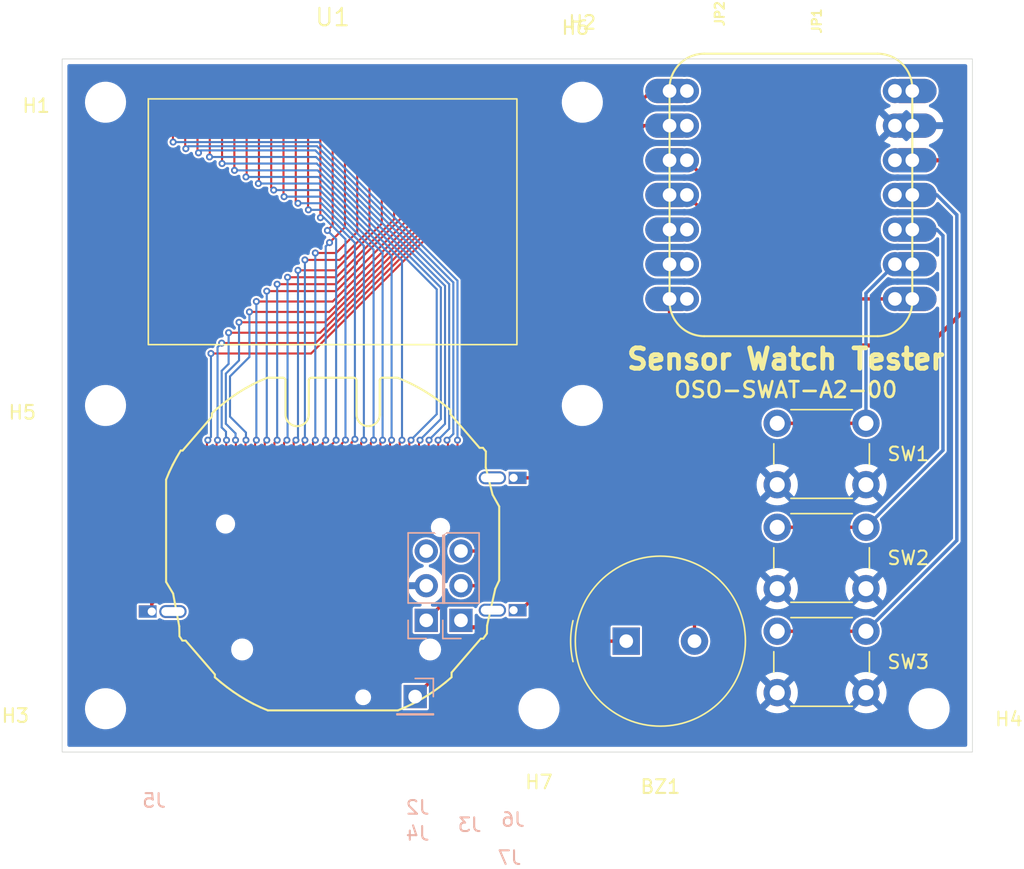
<source format=kicad_pcb>
(kicad_pcb (version 20211014) (generator pcbnew)
  (layers (0 "F.Cu" signal) (31 "B.Cu" signal) (34 "B.Paste" user) (35 "F.Paste" user) (36 "B.SilkS" user "B.Silkscreen") (37 "F.SilkS" user "F.Silkscreen") (38 "B.Mask" user) (39 "F.Mask" user) (44 "Edge.Cuts" user))
  (net 0 "")
  (net 1 "GND")
  (net 2 "/~{RESET}")
  (net 3 "/SWCLK")
  (net 4 "/SWDIO")
  (net 5 "/SEG23")
  (net 6 "/SEG22")
  (net 7 "/SEG21")
  (net 8 "/SEG20")
  (net 9 "/SEG19")
  (net 10 "/SEG18")
  (net 11 "/COM0")
  (net 12 "/COM1")
  (net 13 "/COM2")
  (net 14 "/SEG17")
  (net 15 "/SEG16")
  (net 16 "/SEG15")
  (net 17 "/SEG14")
  (net 18 "/SEG13")
  (net 19 "/SEG12")
  (net 20 "/SEG11")
  (net 21 "/SEG10")
  (net 22 "/SEG9")
  (net 23 "/SEG8")
  (net 24 "/SEG7")
  (net 25 "/SEG6")
  (net 26 "/SEG5")
  (net 27 "/SEG4")
  (net 28 "/SEG3")
  (net 29 "/SEG2")
  (net 30 "/SEG1")
  (net 31 "/SEG0")
  (net 32 "/ALARM")
  (net 33 "/BUZZER")
  (net 34 "/LIGHT")
  (net 35 "/MODE")
  (net 37 "3.3V")
  (net 38 "+5V")
  (net 39 "/SDA")
  (net 40 "/SCL")
  (net 41 "/B3")
  (net 42 "/B2")
  (net 43 "/B1")
  (footprint "Button_Switch_THT:SW_PUSH_6mm" (layer "F.Cu") (at 58.876 38.826 180)
    (fp_text reference "SW2" (at -3.1 2.25) (layer "F.SilkS"))
    (fp_text value "SW_Push")
    (pad "1" thru_hole circle (at 6.5 0 270) (size 2 2) (drill 1.1) (layers *.Cu *.Mask) (net 1 "GND"))
    (pad "1" thru_hole circle (at 0 0 270) (size 2 2) (drill 1.1) (layers *.Cu *.Mask) (net 1 "GND"))
    (pad "2" thru_hole circle (at 0 4.5 270) (size 2 2) (drill 1.1) (layers *.Cu *.Mask) (net 42 "/B2"))
    (pad "2" thru_hole circle (at 6.5 4.5 270) (size 2 2) (drill 1.1) (layers *.Cu *.Mask) (net 42 "/B2"))
  )
  (footprint "MountingHole:MountingHole_2.7mm_M2.5" (layer "F.Cu") (at 38.1 25.4)
    (fp_text reference "H6" (at -0.508 -27.686) (layer "F.SilkS"))
    (fp_text value "MountingHole")
    (pad "" np_thru_hole circle (at 0 0) (size 2.7 2.7) (drill 2.7) (layers *.Cu *.Mask))
  )
  (footprint "Adafruit QT Py:1X07_CASTEL" (layer "F.Cu") (at 45.76 9.9695 -90)
    (fp_text reference "JP2" (at -14.2875 -2.793994 90) (layer "F.SilkS") (effects (font (size 0.666496 0.666496) (thickness 0.146304)) (justify right bottom)))
    (fp_text value "HEADER-1X7_CASTEL")
    (pad "1" thru_hole circle (at -7.62 0) (size 1.778 1.778) (drill 1) (layers *.Cu *.Mask) (net 32 "/ALARM"))
    (pad "1C" thru_hole oval (at -7.62 1.27) (size 3.556 1.778) (drill 1) (layers *.Cu *.Mask) (net 32 "/ALARM"))
    (pad "2" thru_hole circle (at -5.08 0) (size 1.778 1.778) (drill 1) (layers *.Cu *.Mask) (net 34 "/LIGHT"))
    (pad "2C" thru_hole oval (at -5.08 1.27) (size 3.556 1.778) (drill 1) (layers *.Cu *.Mask) (net 34 "/LIGHT"))
    (pad "3" thru_hole circle (at -2.54 0) (size 1.778 1.778) (drill 1) (layers *.Cu *.Mask) (net 4 "/SWDIO"))
    (pad "3C" thru_hole oval (at -2.54 1.27) (size 3.556 1.778) (drill 1) (layers *.Cu *.Mask) (net 4 "/SWDIO"))
    (pad "4" thru_hole circle (at 0 0) (size 1.778 1.778) (drill 1) (layers *.Cu *.Mask) (net 3 "/SWCLK"))
    (pad "4C" thru_hole oval (at 0 1.27) (size 3.556 1.778) (drill 1) (layers *.Cu *.Mask) (net 3 "/SWCLK"))
    (pad "5" thru_hole circle (at 2.54 0) (size 1.778 1.778) (drill 1) (layers *.Cu *.Mask) (net 39 "/SDA"))
    (pad "5C" thru_hole oval (at 2.54 1.27) (size 3.556 1.778) (drill 1) (layers *.Cu *.Mask) (net 39 "/SDA"))
    (pad "6" thru_hole circle (at 5.08 0) (size 1.778 1.778) (drill 1) (layers *.Cu *.Mask) (net 40 "/SCL"))
    (pad "6C" thru_hole oval (at 5.08 1.27) (size 3.556 1.778) (drill 1) (layers *.Cu *.Mask) (net 40 "/SCL"))
    (pad "7" thru_hole circle (at 7.62 0) (size 1.778 1.778) (drill 1) (layers *.Cu *.Mask) (net 2 "/~{RESET}"))
    (pad "7C" thru_hole oval (at 7.62 1.27) (size 3.556 1.778) (drill 1) (layers *.Cu *.Mask) (net 2 "/~{RESET}"))
  )
  (footprint "Button_Switch_THT:SW_PUSH_6mm" (layer "F.Cu") (at 58.876 46.446 180)
    (fp_text reference "SW3" (at -3.1 2.25) (layer "F.SilkS"))
    (fp_text value "SW_Push")
    (pad "1" thru_hole circle (at 0 0 270) (size 2 2) (drill 1.1) (layers *.Cu *.Mask) (net 1 "GND"))
    (pad "1" thru_hole circle (at 6.5 0 270) (size 2 2) (drill 1.1) (layers *.Cu *.Mask) (net 1 "GND"))
    (pad "2" thru_hole circle (at 6.5 4.5 270) (size 2 2) (drill 1.1) (layers *.Cu *.Mask) (net 41 "/B3"))
    (pad "2" thru_hole circle (at 0 4.5 270) (size 2 2) (drill 1.1) (layers *.Cu *.Mask) (net 41 "/B3"))
  )
  (footprint "OSO-FEAL-A1-00:LCD_FEATHER_DISPLAY" (layer "F.Cu") (at 19.812 11.938)
    (fp_text reference "U1" (at 0 -14.986) (layer "F.SilkS") (effects (font (size 1.27 1.27))))
    (fp_text value "LCD_FEATHER_DISPLAY")
    (pad "P$1" smd rect (at -11.7 -8.1) (size 0.5 1.8) (layers "F.Cu" "F.Mask") (net 5 "/SEG23"))
    (pad "P$2" smd rect (at -10.8 -8.1) (size 0.5 1.8) (layers "F.Cu" "F.Mask") (net 6 "/SEG22"))
    (pad "P$3" smd rect (at -9.9 -8.1) (size 0.5 1.8) (layers "F.Cu" "F.Mask") (net 7 "/SEG21"))
    (pad "P$4" smd rect (at -9 -8.1) (size 0.5 1.8) (layers "F.Cu" "F.Mask") (net 8 "/SEG20"))
    (pad "P$5" smd rect (at -8.1 -8.1) (size 0.5 1.8) (layers "F.Cu" "F.Mask") (net 9 "/SEG19"))
    (pad "P$6" smd rect (at -7.2 -8.1) (size 0.5 1.8) (layers "F.Cu" "F.Mask") (net 10 "/SEG18"))
    (pad "P$7" smd rect (at -6.3 -8.1) (size 0.5 1.8) (layers "F.Cu" "F.Mask") (net 11 "/COM0"))
    (pad "P$8" smd rect (at -5.4 -8.1) (size 0.5 1.8) (layers "F.Cu" "F.Mask") (net 12 "/COM1"))
    (pad "P$9" smd rect (at -4.5 -8.1) (size 0.5 1.8) (layers "F.Cu" "F.Mask") (net 13 "/COM2"))
    (pad "P$10" smd rect (at -3.6 -8.1) (size 0.5 1.8) (layers "F.Cu" "F.Mask") (net 14 "/SEG17"))
    (pad "P$11" smd rect (at -2.7 -8.1) (size 0.5 1.8) (layers "F.Cu" "F.Mask") (net 15 "/SEG16"))
    (pad "P$12" smd rect (at -1.8 -8.1) (size 0.5 1.8) (layers "F.Cu" "F.Mask") (net 16 "/SEG15"))
    (pad "P$13" smd rect (at -0.9 -8.1) (size 0.5 1.8) (layers "F.Cu" "F.Mask") (net 17 "/SEG14"))
    (pad "P$14" smd rect (at 0 -8.1) (size 0.5 1.8) (layers "F.Cu" "F.Mask") (net 18 "/SEG13"))
    (pad "P$15" smd rect (at 0.9 -8.1) (size 0.5 1.8) (layers "F.Cu" "F.Mask") (net 19 "/SEG12"))
    (pad "P$16" smd rect (at 1.8 -8.1) (size 0.5 1.8) (layers "F.Cu" "F.Mask") (net 20 "/SEG11"))
    (pad "P$17" smd rect (at 2.7 -8.1) (size 0.5 1.8) (layers "F.Cu" "F.Mask") (net 21 "/SEG10"))
    (pad "P$18" smd rect (at 3.6 -8.1) (size 0.5 1.8) (layers "F.Cu" "F.Mask") (net 22 "/SEG9"))
    (pad "P$19" smd rect (at 4.5 -8.1) (size 0.5 1.8) (layers "F.Cu" "F.Mask") (net 23 "/SEG8"))
    (pad "P$20" smd rect (at 5.4 -8.1) (size 0.5 1.8) (layers "F.Cu" "F.Mask") (net 24 "/SEG7"))
    (pad "P$21" smd rect (at 6.3 -8.1) (size 0.5 1.8) (layers "F.Cu" "F.Mask") (net 25 "/SEG6"))
    (pad "P$22" smd rect (at 7.2 -8.1) (size 0.5 1.8) (layers "F.Cu" "F.Mask") (net 26 "/SEG5"))
    (pad "P$23" smd rect (at 8.1 -8.1) (size 0.5 1.8) (layers "F.Cu" "F.Mask") (net 27 "/SEG4"))
    (pad "P$24" smd rect (at 9 -8.1) (size 0.5 1.8) (layers "F.Cu" "F.Mask") (net 28 "/SEG3"))
    (pad "P$25" smd rect (at 9.9 -8.1) (size 0.5 1.8) (layers "F.Cu" "F.Mask") (net 29 "/SEG2"))
    (pad "P$26" smd rect (at 10.8 -8.1) (size 0.5 1.8) (layers "F.Cu" "F.Mask") (net 30 "/SEG1"))
    (pad "P$27" smd rect (at 11.7 -8.1) (size 0.5 1.8) (layers "F.Cu" "F.Mask") (net 31 "/SEG0"))
  )
  (footprint "MountingHole:MountingHole_2.7mm_M2.5" (layer "F.Cu") (at 3.175 3.175)
    (fp_text reference "H1" (at -5.08 0.254) (layer "F.SilkS"))
    (fp_text value "MountingHole")
    (pad "" np_thru_hole circle (at 0 0) (size 2.7 2.7) (drill 2.7) (layers *.Cu *.Mask))
  )
  (footprint "MountingHole:MountingHole_2.7mm_M2.5" (layer "F.Cu") (at 38.1 3.175)
    (fp_text reference "H2" (at 0 -5.842) (layer "F.SilkS"))
    (fp_text value "MountingHole")
    (pad "" np_thru_hole circle (at 0 0) (size 2.7 2.7) (drill 2.7) (layers *.Cu *.Mask))
  )
  (footprint "Buzzer_Beeper:Buzzer_TDK_PS1240P02BT_D12.2mm_H6.5mm" (layer "F.Cu") (at 41.317216 42.672)
    (fp_text reference "BZ1" (at 2.5 10.668) (layer "F.SilkS"))
    (fp_text value "Buzzer")
    (pad "1" thru_hole rect (at 0 0) (size 2 2) (drill 1) (layers *.Cu *.Mask) (net 33 "/BUZZER"))
    (pad "2" thru_hole circle (at 5 0) (size 2 2) (drill 1) (layers *.Cu *.Mask) (net 37 "3.3V"))
  )
  (footprint "Button_Switch_THT:SW_PUSH_6mm" (layer "F.Cu") (at 58.876 31.206 180)
    (fp_text reference "SW1" (at -3.1 2.25) (layer "F.SilkS"))
    (fp_text value "SW_Push")
    (pad "1" thru_hole circle (at 0 0 270) (size 2 2) (drill 1.1) (layers *.Cu *.Mask) (net 1 "GND"))
    (pad "1" thru_hole circle (at 6.5 0 270) (size 2 2) (drill 1.1) (layers *.Cu *.Mask) (net 1 "GND"))
    (pad "2" thru_hole circle (at 6.5 4.5 270) (size 2 2) (drill 1.1) (layers *.Cu *.Mask) (net 43 "/B1"))
    (pad "2" thru_hole circle (at 0 4.5 270) (size 2 2) (drill 1.1) (layers *.Cu *.Mask) (net 43 "/B1"))
  )
  (footprint "MountingHole:MountingHole_2.7mm_M2.5" (layer "F.Cu") (at 34.925 47.625)
    (fp_text reference "H7" (at 0 5.375) (layer "F.SilkS"))
    (fp_text value "MountingHole")
    (pad "" np_thru_hole circle (at 0 0) (size 2.7 2.7) (drill 2.7) (layers *.Cu *.Mask))
  )
  (footprint "MountingHole:MountingHole_2.7mm_M2.5" (layer "F.Cu") (at 3.175 25.4)
    (fp_text reference "H5" (at -6.096 0.508) (layer "F.SilkS"))
    (fp_text value "MountingHole")
    (pad "" np_thru_hole circle (at 0 0) (size 2.7 2.7) (drill 2.7) (layers *.Cu *.Mask))
  )
  (footprint "Adafruit QT Py:1X07_CASTEL" (layer "F.Cu") (at 61 9.9695 90)
    (fp_text reference "JP1" (at 11.7475 -5.334006 90) (layer "F.SilkS") (effects (font (size 0.666496 0.666496) (thickness 0.146304)) (justify left bottom)))
    (fp_text value "HEADER-1X7_CASTEL")
    (pad "1" thru_hole circle (at -7.62 0 180) (size 1.778 1.778) (drill 1) (layers *.Cu *.Mask) (net 35 "/MODE"))
    (pad "1C" thru_hole oval (at -7.62 1.27 180) (size 3.556 1.778) (drill 1) (layers *.Cu *.Mask) (net 35 "/MODE"))
    (pad "2" thru_hole circle (at -5.08 0 180) (size 1.778 1.778) (drill 1) (layers *.Cu *.Mask) (net 43 "/B1"))
    (pad "2C" thru_hole oval (at -5.08 1.27 180) (size 3.556 1.778) (drill 1) (layers *.Cu *.Mask) (net 43 "/B1"))
    (pad "3" thru_hole circle (at -2.54 0 180) (size 1.778 1.778) (drill 1) (layers *.Cu *.Mask) (net 42 "/B2"))
    (pad "3C" thru_hole oval (at -2.54 1.27 180) (size 3.556 1.778) (drill 1) (layers *.Cu *.Mask) (net 42 "/B2"))
    (pad "4" thru_hole circle (at 0 0 180) (size 1.778 1.778) (drill 1) (layers *.Cu *.Mask) (net 41 "/B3"))
    (pad "4C" thru_hole oval (at 0 1.27 180) (size 3.556 1.778) (drill 1) (layers *.Cu *.Mask) (net 41 "/B3"))
    (pad "5" thru_hole circle (at 2.54 0 180) (size 1.778 1.778) (drill 1) (layers *.Cu *.Mask) (net 37 "3.3V"))
    (pad "5C" thru_hole oval (at 2.54 1.27 180) (size 3.556 1.778) (drill 1) (layers *.Cu *.Mask) (net 37 "3.3V"))
    (pad "6" thru_hole circle (at 5.08 0 180) (size 1.778 1.778) (drill 1) (layers *.Cu *.Mask) (net 1 "GND"))
    (pad "6C" thru_hole oval (at 5.08 1.27 180) (size 3.556 1.778) (drill 1) (layers *.Cu *.Mask) (net 1 "GND"))
    (pad "7" thru_hole circle (at 7.62 0 180) (size 1.778 1.778) (drill 1) (layers *.Cu *.Mask) (net 38 "+5V"))
    (pad "7C" thru_hole oval (at 7.62 1.27 180) (size 3.556 1.778) (drill 1) (layers *.Cu *.Mask) (net 38 "+5V"))
  )
  (footprint "MountingHole:MountingHole_2.7mm_M2.5" (layer "F.Cu") (at 3.175 47.625)
    (fp_text reference "H3" (at -6.604 0.508) (layer "F.SilkS"))
    (fp_text value "MountingHole")
    (pad "" np_thru_hole circle (at 0 0) (size 2.7 2.7) (drill 2.7) (layers *.Cu *.Mask))
  )
  (footprint "MountingHole:MountingHole_2.7mm_M2.5" (layer "F.Cu") (at 63.5 47.625)
    (fp_text reference "H4" (at 5.842 0.762) (layer "F.SilkS"))
    (fp_text value "MountingHole")
    (pad "" np_thru_hole circle (at 0 0) (size 2.7 2.7) (drill 2.7) (layers *.Cu *.Mask))
  )
  (footprint "FlexyPin:FlexyPin_1x01_P2.54mm" (layer "B.Cu") (at 33.063316 30.702085 180)
    (fp_text reference "J7" (at 0.297316 -27.844915) (layer "B.SilkS") (effects (justify mirror)))
    (fp_text value "Conn_01x01_Male")
    (pad "" thru_hole oval locked (at 1.55 0 180) (size 2 0.95) (drill oval 1.7 0.65) (layers *.Cu *.Mask))
    (pad "1" thru_hole rect locked (at 0 0 180) (size 1.3 0.9) (drill 0.6 (offset -0.3 0)) (layers *.Cu *.Mask) (net 34 "/LIGHT"))
  )
  (footprint "Connector_PinHeader_2.54mm:PinHeader_1x03_P2.54mm_Vertical" (layer "B.Cu") (at 29.21 41.148)
    (fp_text reference "J3" (at 0.635 14.986 180) (layer "B.SilkS") (effects (justify mirror)))
    (fp_text value "Conn_01x03_Male")
    (pad "1" thru_hole rect (at 0 0) (size 1.7 1.7) (drill 1) (layers *.Cu *.Mask) (net 37 "3.3V"))
    (pad "2" thru_hole oval (at 0 -2.54) (size 1.7 1.7) (drill 1) (layers *.Cu *.Mask) (net 3 "/SWCLK"))
    (pad "3" thru_hole oval (at 0 -5.08) (size 1.7 1.7) (drill 1) (layers *.Cu *.Mask) (net 2 "/~{RESET}"))
  )
  (footprint "Connector_PinHeader_2.54mm:PinHeader_1x03_P2.54mm_Vertical" (layer "B.Cu") (at 26.67 41.148)
    (fp_text reference "J2" (at -0.635 13.716 180) (layer "B.SilkS") (effects (justify mirror)))
    (fp_text value "Conn_01x03_Male")
    (pad "1" thru_hole rect (at 0 0) (size 1.7 1.7) (drill 1) (layers *.Cu *.Mask) (net 4 "/SWDIO"))
    (pad "2" thru_hole oval (at 0 -2.54) (size 1.7 1.7) (drill 1) (layers *.Cu *.Mask) (net 1 "GND"))
    (pad "3" thru_hole oval (at 0 -5.08) (size 1.7 1.7) (drill 1) (layers *.Cu *.Mask))
  )
  (footprint "Connector_PinHeader_2.54mm:PinHeader_1x01_P2.54mm_Vertical" (layer "B.Cu") (at 25.8572 46.736 180)
    (fp_text reference "J4" (at -0.1778 -10.033) (layer "B.SilkS") (effects (justify mirror)))
    (fp_text value "Conn_01x01_Male")
    (pad "1" thru_hole rect (at 0 0 180) (size 1.7 1.7) (drill 1) (layers *.Cu *.Mask) (net 33 "/BUZZER"))
  )
  (footprint "FlexyPin:FlexyPin_1x01_P2.54mm" (layer "B.Cu") (at 33.063316 40.402085 180)
    (fp_text reference "J6" (at 0.043316 -15.350915) (layer "B.SilkS") (effects (justify mirror)))
    (fp_text value "Conn_01x01_Male")
    (pad "" thru_hole oval locked (at 1.55 0 180) (size 2 0.95) (drill oval 1.7 0.65) (layers *.Cu *.Mask))
    (pad "1" thru_hole rect locked (at 0 0 180) (size 1.3 0.9) (drill 0.6 (offset -0.3 0)) (layers *.Cu *.Mask) (net 35 "/MODE"))
  )
  (footprint "OSO-SWAT-A1-05:CASIO-F91W-LCD" (layer "B.Cu") (at 19.812 35.56 180)
    (fp_text reference "LCD1" hide)
    (fp_text value "CASIO_LCD")
    (pad "" np_thru_hole circle (at -6.477 9.906 180) (size 1.3 1.3) (drill 1.3) (layers *.Cu *.Mask))
    (pad "" np_thru_hole circle (at 6.5278 9.8044 180) (size 1.3 1.3) (drill 1.3) (layers *.Cu *.Mask))
    (pad "" np_thru_hole circle (at 7.8486 1.4732 180) (size 1.1 1.1) (drill 1.1) (layers *.Cu *.Mask))
    (pad "" np_thru_hole circle (at -2.2352 -11.2268 180) (size 0.85 0.85) (drill 0.85) (layers *.Cu *.Mask))
    (pad "" np_thru_hole circle (at 6.6294 -7.7216 180) (size 1.3 1.3) (drill 1.3) (layers *.Cu *.Mask))
    (pad "" np_thru_hole circle (at -7.8994 1.2192 180) (size 1.1 1.1) (drill 1.1) (layers *.Cu *.Mask))
    (pad "" np_thru_hole circle (at -7.1374 -7.7216 180) (size 1.3 1.3) (drill 1.3) (layers *.Cu *.Mask))
    (pad "1" smd rect (at -9.148 6.25 180) (size 0.326 1.52) (layers "F.Cu" "F.Mask") (net 5 "/SEG23"))
    (pad "2" smd rect (at -8.442 6.25 180) (size 0.326 1.52) (layers "F.Cu" "F.Mask") (net 6 "/SEG22"))
    (pad "3" smd rect (at -7.736 6.25 180) (size 0.326 1.52) (layers "F.Cu" "F.Mask") (net 7 "/SEG21"))
    (pad "4" smd rect (at -7.03 6.25 180) (size 0.326 1.52) (layers "F.Cu" "F.Mask") (net 8 "/SEG20"))
    (pad "5" smd rect (at -6.324 6.25 180) (size 0.326 1.52) (layers "F.Cu" "F.Mask") (net 9 "/SEG19"))
    (pad "6" smd rect (at -5.618 6.25 180) (size 0.326 1.52) (layers "F.Cu" "F.Mask") (net 10 "/SEG18"))
    (pad "7" smd rect (at -4.912 6.25 180) (size 0.326 1.52) (layers "F.Cu" "F.Mask") (net 11 "/COM0"))
    (pad "8" smd rect (at -4.206 6.25 180) (size 0.326 1.52) (layers "F.Cu" "F.Mask") (net 12 "/COM1"))
    (pad "9" smd rect (at -3.5 6.25 180) (size 0.326 1.52) (layers "F.Cu" "F.Mask") (net 13 "/COM2"))
    (pad "10" smd rect (at -2.794 6.25 180) (size 0.326 1.52) (layers "F.Cu" "F.Mask") (net 14 "/SEG17"))
    (pad "11" smd rect (at -2.088 6.25 180) (size 0.326 1.52) (layers "F.Cu" "F.Mask") (net 15 "/SEG16"))
    (pad "12" smd rect (at -1.382 6.25 180) (size 0.326 1.52) (layers "F.Cu" "F.Mask") (net 16 "/SEG15"))
    (pad "13" smd rect (at -0.676 6.25 180) (size 0.326 1.52) (layers "F.Cu" "F.Mask") (net 17 "/SEG14"))
    (pad "14" smd rect (at 0.03 6.25 180) (size 0.326 1.52) (layers "F.Cu" "F.Mask") (net 18 "/SEG13"))
    (pad "15" smd rect (at 0.736 6.25 180) (size 0.326 1.52) (layers "F.Cu" "F.Mask") (net 19 "/SEG12"))
    (pad "16" smd rect (at 1.442 6.25 180) (size 0.326 1.52) (layers "F.Cu" "F.Mask") (net 20 "/SEG11"))
    (pad "17" smd rect (at 2.148 6.25 180) (size 0.326 1.52) (layers "F.Cu" "F.Mask") (net 21 "/SEG10"))
    (pad "18" smd rect (at 2.854 6.25 180) (size 0.326 1.52) (layers "F.Cu" "F.Mask") (net 22 "/SEG9"))
    (pad "19" smd rect (at 3.56 6.25 180) (size 0.326 1.52) (layers "F.Cu" "F.Mask") (net 23 "/SEG8"))
    (pad "20" smd rect (at 4.266 6.25 180) (size 0.326 1.52) (layers "F.Cu" "F.Mask") (net 24 "/SEG7"))
    (pad "21" smd rect (at 4.972 6.25 180) (size 0.326 1.52) (layers "F.Cu" "F.Mask") (net 25 "/SEG6"))
    (pad "22" smd rect (at 5.678 6.25 180) (size 0.326 1.52) (layers "F.Cu" "F.Mask") (net 26 "/SEG5"))
    (pad "23" smd rect (at 6.384 6.25 180) (size 0.326 1.52) (layers "F.Cu" "F.Mask") (net 27 "/SEG4"))
    (pad "24" smd rect (at 7.09 6.25 180) (size 0.326 1.52) (layers "F.Cu" "F.Mask") (net 28 "/SEG3"))
    (pad "25" smd rect (at 7.796 6.25 180) (size 0.326 1.52) (layers "F.Cu" "F.Mask") (net 29 "/SEG2"))
    (pad "26" smd rect (at 8.502 6.25 180) (size 0.326 1.52) (layers "F.Cu" "F.Mask") (net 30 "/SEG1"))
    (pad "27" smd rect (at 9.208 6.25 180) (size 0.326 1.52) (layers "F.Cu" "F.Mask") (net 31 "/SEG0"))
  )
  (footprint "FlexyPin:FlexyPin_1x01_P2.54mm" (layer "B.Cu") (at 6.563316 40.502085)
    (fp_text reference "J5" (at 0.167684 13.853915) (layer "B.SilkS") (effects (justify mirror)))
    (fp_text value "Conn_01x01_Male")
    (pad "" thru_hole oval locked (at 1.55 0) (size 2 0.95) (drill oval 1.7 0.65) (layers *.Cu *.Mask))
    (pad "1" thru_hole rect locked (at 0 0) (size 1.3 0.9) (drill 0.6 (offset -0.3 0)) (layers *.Cu *.Mask) (net 32 "/ALARM"))
  )
  (gr_arc (start 62.269994 17.78) (mid 61.526045 19.576051) (end 59.729994 20.32) (layer "F.SilkS") (width 0.1524))
  (gr_line (start 62.269994 2.159) (end 62.269994 17.78) (layer "F.SilkS") (width 0.1524))
  (gr_arc (start 47.029994 20.32) (mid 45.233943 19.576051) (end 44.489994 17.78) (layer "F.SilkS") (width 0.1524))
  (gr_line (start 47.029994 -0.381) (end 59.729994 -0.381) (layer "F.SilkS") (width 0.1524))
  (gr_arc (start 44.489994 2.159) (mid 45.233943 0.362949) (end 47.029994 -0.381) (layer "F.SilkS") (width 0.1524))
  (gr_rect (start 6.31 2.93) (end 33.31 20.94) (layer "F.SilkS") (width 0.12) (fill none))
  (gr_arc (start 59.729994 -0.381) (mid 61.526045 0.362949) (end 62.269994 2.159) (layer "F.SilkS") (width 0.1524))
  (gr_line (start 44.489994 17.78) (end 44.489994 2.159) (layer "F.SilkS") (width 0.1524))
  (gr_line (start 47.029994 20.32) (end 59.729994 20.32) (layer "F.SilkS") (width 0.1524))
  (gr_rect (start 0 0) (end 66.675 50.8) (layer "Edge.Cuts") (width 0.05) (fill none))
  (gr_text "Sensor Watch Tester" (at 53 22) (layer "F.SilkS") (effects (font (size 1.5 1.5) (thickness 0.35))))
  (gr_text "OSO-SWAT-A2-00" (at 53 24.25) (layer "F.SilkS") (effects (font (size 1.15 1.15) (thickness 0.2))))
  (segment (start 44.49 17.5895) (end 44.49 24.51) (width 0.25) (layer "F.Cu") (net 2))
  (segment (start 32.932 36.068) (end 29.21 36.068) (width 0.25) (layer "F.Cu") (net 2))
  (segment (start 44.49 24.51) (end 32.932 36.068) (width 0.25) (layer "F.Cu") (net 2))
  (segment (start 30.4196 38.608) (end 31.58352 37.44408) (width 0.25) (layer "F.Cu") (net 3))
  (segment (start 49 13.2095) (end 45.76 9.9695) (width 0.25) (layer "F.Cu") (net 3))
  (segment (start 29.21 38.608) (end 30.4196 38.608) (width 0.25) (layer "F.Cu") (net 3))
  (segment (start 33.05592 37.44408) (end 49 21.5) (width 0.25) (layer "F.Cu") (net 3))
  (segment (start 31.58352 37.44408) (end 33.05592 37.44408) (width 0.25) (layer "F.Cu") (net 3))
  (segment (start 49 21.5) (end 49 13.2095) (width 0.25) (layer "F.Cu") (net 3))
  (segment (start 30.15 39.85) (end 31.5 38.5) (width 0.25) (layer "F.Cu") (net 4))
  (segment (start 26.67 41.148) (end 27.968 39.85) (width 0.25) (layer "F.Cu") (net 4))
  (segment (start 31.5 38.5) (end 34 38.5) (width 0.25) (layer "F.Cu") (net 4))
  (segment (start 50 11.6695) (end 45.76 7.4295) (width 0.25) (layer "F.Cu") (net 4))
  (segment (start 50 22.5) (end 50 11.6695) (width 0.25) (layer "F.Cu") (net 4))
  (segment (start 34 38.5) (end 50 22.5) (width 0.25) (layer "F.Cu") (net 4))
  (segment (start 27.968 39.85) (end 30.15 39.85) (width 0.25) (layer "F.Cu") (net 4))
  (segment (start 8.128 6.096) (end 8.112 6.08) (width 0.1524) (layer "F.Cu") (net 5))
  (segment (start 28.956 27.94) (end 28.96 27.944) (width 0.1524) (layer "F.Cu") (net 5))
  (segment (start 28.96 27.944) (end 28.96 29.31) (width 0.1524) (layer "F.Cu") (net 5))
  (segment (start 8.112 6.08) (end 8.112 4.6) (width 0.1524) (layer "F.Cu") (net 5))
  (via (at 28.956 27.94) (size 0.508) (drill 0.254) (layers "F.Cu" "B.Cu") (net 5))
  (via (at 8.128 6.096) (size 0.508) (drill 0.254) (layers "F.Cu" "B.Cu") (net 5))
  (segment (start 8.128 6.096) (end 18.796 6.096) (width 0.1524) (layer "B.Cu") (net 5))
  (segment (start 18.796 6.096) (end 28.956 16.256) (width 0.1524) (layer "B.Cu") (net 5))
  (segment (start 28.956 16.256) (end 28.956 27.94) (width 0.1524) (layer "B.Cu") (net 5))
  (segment (start 9.012 6.532997) (end 9.012 4.6) (width 0.1524) (layer "F.Cu") (net 6))
  (segment (start 28.254 29.31) (end 28.254 28) (width 0.1524) (layer "F.Cu") (net 6))
  (segment (start 28.254 28) (end 28.194 27.94) (width 0.1524) (layer "F.Cu") (net 6))
  (segment (start 9.057103 6.5781) (end 9.012 6.532997) (width 0.1524) (layer "F.Cu") (net 6))
  (via (at 9.057103 6.5781) (size 0.508) (drill 0.254) (layers "F.Cu" "B.Cu") (net 6))
  (via (at 28.194 27.94) (size 0.508) (drill 0.254) (layers "F.Cu" "B.Cu") (net 6))
  (segment (start 9.234883 6.40032) (end 18.669946 6.40032) (width 0.1524) (layer "B.Cu") (net 6))
  (segment (start 28.65168 27.48232) (end 28.194 27.94) (width 0.1524) (layer "B.Cu") (net 6))
  (segment (start 28.65168 16.382054) (end 28.65168 27.48232) (width 0.1524) (layer "B.Cu") (net 6))
  (segment (start 9.057103 6.5781) (end 9.234883 6.40032) (width 0.1524) (layer "B.Cu") (net 6))
  (segment (start 18.669946 6.40032) (end 28.65168 16.382054) (width 0.1524) (layer "B.Cu") (net 6))
  (segment (start 27.548 27.953903) (end 27.534097 27.94) (width 0.1524) (layer "F.Cu") (net 7))
  (segment (start 9.984916 6.88242) (end 9.912 6.809504) (width 0.1524) (layer "F.Cu") (net 7))
  (segment (start 27.548 29.31) (end 27.548 27.953903) (width 0.1524) (layer "F.Cu") (net 7))
  (segment (start 9.912 6.809504) (end 9.912 4.6) (width 0.1524) (layer "F.Cu") (net 7))
  (via (at 27.534097 27.94) (size 0.508) (drill 0.254) (layers "F.Cu" "B.Cu") (net 7))
  (via (at 9.984916 6.88242) (size 0.508) (drill 0.254) (layers "F.Cu" "B.Cu") (net 7))
  (segment (start 10.162696 6.70464) (end 18.543892 6.70464) (width 0.1524) (layer "B.Cu") (net 7))
  (segment (start 28.34736 16.508108) (end 28.34736 27.104831) (width 0.1524) (layer "B.Cu") (net 7))
  (segment (start 28.34736 27.104831) (end 27.534097 27.918094) (width 0.1524) (layer "B.Cu") (net 7))
  (segment (start 18.543892 6.70464) (end 28.34736 16.508108) (width 0.1524) (layer "B.Cu") (net 7))
  (segment (start 9.984916 6.88242) (end 10.162696 6.70464) (width 0.1524) (layer "B.Cu") (net 7))
  (segment (start 27.534097 27.918094) (end 27.534097 27.94) (width 0.1524) (layer "B.Cu") (net 7))
  (segment (start 10.812 7.166572) (end 10.812 4.6) (width 0.1524) (layer "F.Cu") (net 8))
  (segment (start 26.842 27.972194) (end 26.874194 27.94) (width 0.1524) (layer "F.Cu") (net 8))
  (segment (start 26.842 29.31) (end 26.842 27.972194) (width 0.1524) (layer "F.Cu") (net 8))
  (segment (start 10.791832 7.18674) (end 10.812 7.166572) (width 0.1524) (layer "F.Cu") (net 8))
  (via (at 10.791832 7.18674) (size 0.508) (drill 0.254) (layers "F.Cu" "B.Cu") (net 8))
  (via (at 26.874194 27.94) (size 0.508) (drill 0.254) (layers "F.Cu" "B.Cu") (net 8))
  (segment (start 18.595618 7.18674) (end 28.04304 16.634162) (width 0.1524) (layer "B.Cu") (net 8))
  (segment (start 26.874194 27.918094) (end 26.874194 27.94) (width 0.1524) (layer "B.Cu") (net 8))
  (segment (start 10.791832 7.18674) (end 18.595618 7.18674) (width 0.1524) (layer "B.Cu") (net 8))
  (segment (start 28.04304 26.749248) (end 26.874194 27.918094) (width 0.1524) (layer "B.Cu") (net 8))
  (segment (start 28.04304 16.634162) (end 28.04304 26.749248) (width 0.1524) (layer "B.Cu") (net 8))
  (segment (start 11.712 7.667298) (end 11.712 4.6) (width 0.1524) (layer "F.Cu") (net 9))
  (segment (start 26.136 28.018291) (end 26.214291 27.94) (width 0.1524) (layer "F.Cu") (net 9))
  (segment (start 26.136 29.31) (end 26.136 28.018291) (width 0.1524) (layer "F.Cu") (net 9))
  (segment (start 11.713542 7.66884) (end 11.712 7.667298) (width 0.1524) (layer "F.Cu") (net 9))
  (via (at 26.214291 27.94) (size 0.508) (drill 0.254) (layers "F.Cu" "B.Cu") (net 9))
  (via (at 11.713542 7.66884) (size 0.508) (drill 0.254) (layers "F.Cu" "B.Cu") (net 9))
  (segment (start 18.647344 7.66884) (end 11.713542 7.66884) (width 0.1524) (layer "B.Cu") (net 9))
  (segment (start 26.214291 27.94) (end 26.214291 27.918094) (width 0.1524) (layer "B.Cu") (net 9))
  (segment (start 27.73872 16.760216) (end 18.647344 7.66884) (width 0.1524) (layer "B.Cu") (net 9))
  (segment (start 27.73872 26.393665) (end 27.73872 16.760216) (width 0.1524) (layer "B.Cu") (net 9))
  (segment (start 26.214291 27.918094) (end 27.73872 26.393665) (width 0.1524) (layer "B.Cu") (net 9))
  (segment (start 12.612 8.157289) (end 12.612 4.6) (width 0.1524) (layer "F.Cu") (net 10))
  (segment (start 12.622858 8.168147) (end 12.612 8.157289) (width 0.1524) (layer "F.Cu") (net 10))
  (segment (start 25.43 28.064388) (end 25.554388 27.94) (width 0.1524) (layer "F.Cu") (net 10))
  (segment (start 25.43 29.31) (end 25.43 28.064388) (width 0.1524) (layer "F.Cu") (net 10))
  (via (at 12.622858 8.168147) (size 0.508) (drill 0.254) (layers "F.Cu" "B.Cu") (net 10))
  (via (at 25.554388 27.94) (size 0.508) (drill 0.254) (layers "F.Cu" "B.Cu") (net 10))
  (segment (start 12.622858 8.168147) (end 18.716277 8.168147) (width 0.1524) (layer "B.Cu") (net 10))
  (segment (start 27.4344 16.88627) (end 27.4344 26.038082) (width 0.1524) (layer "B.Cu") (net 10))
  (segment (start 25.554388 27.918094) (end 25.554388 27.94) (width 0.1524) (layer "B.Cu") (net 10))
  (segment (start 18.716277 8.168147) (end 27.4344 16.88627) (width 0.1524) (layer "B.Cu") (net 10))
  (segment (start 27.4344 26.038082) (end 25.554388 27.918094) (width 0.1524) (layer "B.Cu") (net 10))
  (segment (start 24.724 29.31) (end 24.724 28.108) (width 0.1524) (layer "F.Cu") (net 11))
  (segment (start 13.462 8.650247) (end 13.512 8.600247) (width 0.1524) (layer "F.Cu") (net 11))
  (segment (start 24.724 28.108) (end 24.892 27.94) (width 0.1524) (layer "F.Cu") (net 11))
  (segment (start 13.512 8.600247) (end 13.512 4.6) (width 0.1524) (layer "F.Cu") (net 11))
  (via (at 24.892 27.94) (size 0.508) (drill 0.254) (layers "F.Cu" "B.Cu") (net 11))
  (via (at 13.462 8.650247) (size 0.508) (drill 0.254) (layers "F.Cu" "B.Cu") (net 11))
  (segment (start 18.768003 8.650247) (end 24.892 14.774244) (width 0.1524) (layer "B.Cu") (net 11))
  (segment (start 24.892 14.774244) (end 24.892 27.94) (width 0.1524) (layer "B.Cu") (net 11))
  (segment (start 13.462 8.650247) (end 18.768003 8.650247) (width 0.1524) (layer "B.Cu") (net 11))
  (segment (start 14.369981 9.132347) (end 14.412 9.090328) (width 0.1524) (layer "F.Cu") (net 12))
  (segment (start 24.018 29.31) (end 24.018 28.052) (width 0.1524) (layer "F.Cu") (net 12))
  (segment (start 24.018 28.052) (end 24.13 27.94) (width 0.1524) (layer "F.Cu") (net 12))
  (segment (start 14.412 9.090328) (end 14.412 4.6) (width 0.1524) (layer "F.Cu") (net 12))
  (via (at 24.13 27.94) (size 0.508) (drill 0.254) (layers "F.Cu" "B.Cu") (net 12))
  (via (at 14.369981 9.132347) (size 0.508) (drill 0.254) (layers "F.Cu" "B.Cu") (net 12))
  (segment (start 18.819729 9.132347) (end 24.13 14.442618) (width 0.1524) (layer "B.Cu") (net 12))
  (segment (start 24.13 14.442618) (end 24.13 27.94) (width 0.1524) (layer "B.Cu") (net 12))
  (segment (start 14.369981 9.132347) (end 18.819729 9.132347) (width 0.1524) (layer "B.Cu") (net 12))
  (segment (start 15.312 9.432447) (end 15.312 4.6) (width 0.1524) (layer "F.Cu") (net 13))
  (segment (start 15.494 9.614447) (end 15.312 9.432447) (width 0.1524) (layer "F.Cu") (net 13))
  (segment (start 23.312 29.31) (end 23.312 28.098097) (width 0.1524) (layer "F.Cu") (net 13))
  (segment (start 23.312 28.098097) (end 23.470097 27.94) (width 0.1524) (layer "F.Cu") (net 13))
  (via (at 15.494 9.614447) (size 0.508) (drill 0.254) (layers "F.Cu" "B.Cu") (net 13))
  (via (at 23.470097 27.94) (size 0.508) (drill 0.254) (layers "F.Cu" "B.Cu") (net 13))
  (segment (start 15.494 9.614447) (end 18.871455 9.614447) (width 0.1524) (layer "B.Cu") (net 13))
  (segment (start 23.470097 14.213089) (end 23.470097 27.94) (width 0.1524) (layer "B.Cu") (net 13))
  (segment (start 18.871455 9.614447) (end 23.470097 14.213089) (width 0.1524) (layer "B.Cu") (net 13))
  (segment (start 16.256 10.096547) (end 16.212 10.052547) (width 0.1524) (layer "F.Cu") (net 14))
  (segment (start 22.606 28.144194) (end 22.810194 27.94) (width 0.1524) (layer "F.Cu") (net 14))
  (segment (start 22.606 29.31) (end 22.606 28.144194) (width 0.1524) (layer "F.Cu") (net 14))
  (segment (start 16.212 10.052547) (end 16.212 4.6) (width 0.1524) (layer "F.Cu") (net 14))
  (via (at 16.256 10.096547) (size 0.508) (drill 0.254) (layers "F.Cu" "B.Cu") (net 14))
  (via (at 22.810194 27.94) (size 0.508) (drill 0.254) (layers "F.Cu" "B.Cu") (net 14))
  (segment (start 18.923181 10.096547) (end 22.810194 13.98356) (width 0.1524) (layer "B.Cu") (net 14))
  (segment (start 18.923181 10.096547) (end 16.256 10.096547) (width 0.1524) (layer "B.Cu") (net 14))
  (segment (start 22.810194 27.94) (end 22.810194 13.98356) (width 0.1524) (layer "B.Cu") (net 14))
  (segment (start 17.272 10.578647) (end 17.112 10.418647) (width 0.1524) (layer "F.Cu") (net 15))
  (segment (start 21.9 29.31) (end 21.9 28.138) (width 0.1524) (layer "F.Cu") (net 15))
  (segment (start 17.112 10.418647) (end 17.112 4.6) (width 0.1524) (layer "F.Cu") (net 15))
  (segment (start 21.9 28.138) (end 22.098 27.94) (width 0.1524) (layer "F.Cu") (net 15))
  (via (at 22.098 27.94) (size 0.508) (drill 0.254) (layers "F.Cu" "B.Cu") (net 15))
  (via (at 17.272 10.578647) (size 0.508) (drill 0.254) (layers "F.Cu" "B.Cu") (net 15))
  (segment (start 18.974907 10.578647) (end 22.098 13.70174) (width 0.1524) (layer "B.Cu") (net 15))
  (segment (start 22.098 27.94) (end 22.098 13.70174) (width 0.1524) (layer "B.Cu") (net 15))
  (segment (start 18.974907 10.578647) (end 17.272 10.578647) (width 0.1524) (layer "B.Cu") (net 15))
  (segment (start 21.194 29.31) (end 21.194 28.12067) (width 0.1524) (layer "F.Cu") (net 16))
  (segment (start 18.012 11.038747) (end 18.012 4.6) (width 0.1524) (layer "F.Cu") (net 16))
  (segment (start 18.034 11.060747) (end 18.012 11.038747) (width 0.1524) (layer "F.Cu") (net 16))
  (segment (start 21.194 28.12067) (end 21.44149 27.87318) (width 0.1524) (layer "F.Cu") (net 16))
  (via (at 18.034 11.060747) (size 0.508) (drill 0.254) (layers "F.Cu" "B.Cu") (net 16))
  (via (at 21.44149 27.87318) (size 0.508) (drill 0.254) (layers "F.Cu" "B.Cu") (net 16))
  (segment (start 19.026633 11.060747) (end 18.034 11.060747) (width 0.1524) (layer "B.Cu") (net 16))
  (segment (start 21.44149 27.87318) (end 21.44149 13.475604) (width 0.1524) (layer "B.Cu") (net 16))
  (segment (start 19.026633 11.060747) (end 21.44149 13.475604) (width 0.1524) (layer "B.Cu") (net 16))
  (segment (start 18.917348 11.633255) (end 18.912 11.627907) (width 0.1524) (layer "F.Cu") (net 17))
  (segment (start 20.488 28.193144) (end 20.751254 27.92989) (width 0.1524) (layer "F.Cu") (net 17))
  (segment (start 18.912 11.627907) (end 18.912 4.6) (width 0.1524) (layer "F.Cu") (net 17))
  (segment (start 20.488 29.31) (end 20.488 28.193144) (width 0.1524) (layer "F.Cu") (net 17))
  (via (at 18.917348 11.633255) (size 0.508) (drill 0.254) (layers "F.Cu" "B.Cu") (net 17))
  (via (at 20.751254 27.92989) (size 0.508) (drill 0.254) (layers "F.Cu" "B.Cu") (net 17))
  (segment (start 20.751254 27.92989) (end 20.751254 13.215742) (width 0.1524) (layer "B.Cu") (net 17))
  (segment (start 19.168767 11.633255) (end 18.917348 11.633255) (width 0.1524) (layer "B.Cu") (net 17))
  (segment (start 19.168767 11.633255) (end 20.751254 13.215742) (width 0.1524) (layer "B.Cu") (net 17))
  (segment (start 19.782 28.224) (end 20.066 27.94) (width 0.1524) (layer "F.Cu") (net 18))
  (segment (start 19.812 12.192) (end 19.812 4.6) (width 0.1524) (layer "F.Cu") (net 18))
  (segment (start 19.782 29.31) (end 19.782 28.224) (width 0.1524) (layer "F.Cu") (net 18))
  (segment (start 19.428859 12.575141) (end 19.812 12.192) (width 0.1524) (layer "F.Cu") (net 18))
  (via (at 20.066 27.94) (size 0.508) (drill 0.254) (layers "F.Cu" "B.Cu") (net 18))
  (via (at 19.428859 12.575141) (size 0.508) (drill 0.254) (layers "F.Cu" "B.Cu") (net 18))
  (segment (start 20.066 27.94) (end 20.066 13.212282) (width 0.1524) (layer "B.Cu") (net 18))
  (segment (start 20.066 13.212282) (end 19.428859 12.575141) (width 0.1524) (layer "B.Cu") (net 18))
  (segment (start 19.076 29.31) (end 19.076 28.168) (width 0.1524) (layer "F.Cu") (net 19))
  (segment (start 19.076 28.168) (end 19.304 27.94) (width 0.1524) (layer "F.Cu") (net 19))
  (segment (start 20.712 4.6) (end 20.712 12.3339) (width 0.1524) (layer "F.Cu") (net 19))
  (segment (start 20.712 12.3339) (end 19.5839 13.462) (width 0.1524) (layer "F.Cu") (net 19))
  (via (at 19.5839 13.462) (size 0.508) (drill 0.254) (layers "F.Cu" "B.Cu") (net 19))
  (via (at 19.304 27.94) (size 0.508) (drill 0.254) (layers "F.Cu" "B.Cu") (net 19))
  (segment (start 19.304 13.7419) (end 19.5839 13.462) (width 0.1524) (layer "B.Cu") (net 19))
  (segment (start 19.304 27.94) (end 19.304 13.7419) (width 0.1524) (layer "B.Cu") (net 19))
  (segment (start 20.066 14.224) (end 18.542 14.224) (width 0.1524) (layer "F.Cu") (net 20))
  (segment (start 18.37 28.112) (end 18.542 27.94) (width 0.1524) (layer "F.Cu") (net 20))
  (segment (start 21.612 4.6) (end 21.612 12.678) (width 0.1524) (layer "F.Cu") (net 20))
  (segment (start 18.37 29.31) (end 18.37 28.112) (width 0.1524) (layer "F.Cu") (net 20))
  (segment (start 21.612 12.678) (end 20.066 14.224) (width 0.1524) (layer "F.Cu") (net 20))
  (via (at 18.542 27.94) (size 0.508) (drill 0.254) (layers "F.Cu" "B.Cu") (net 20))
  (via (at 18.542 14.224) (size 0.508) (drill 0.254) (layers "F.Cu" "B.Cu") (net 20))
  (segment (start 18.542 27.94) (end 18.542 14.224) (width 0.1524) (layer "B.Cu") (net 20))
  (segment (start 20.32 14.732) (end 22.512 12.54) (width 0.1524) (layer "F.Cu") (net 21))
  (segment (start 22.512 4.6) (end 22.512 12.54) (width 0.1524) (layer "F.Cu") (net 21))
  (segment (start 17.664 28.056) (end 17.78 27.94) (width 0.1524) (layer "F.Cu") (net 21))
  (segment (start 20.32 14.732) (end 17.78 14.732) (width 0.1524) (layer "F.Cu") (net 21))
  (segment (start 17.664 29.31) (end 17.664 28.056) (width 0.1524) (layer "F.Cu") (net 21))
  (via (at 17.78 14.732) (size 0.508) (drill 0.254) (layers "F.Cu" "B.Cu") (net 21))
  (via (at 17.78 27.94) (size 0.508) (drill 0.254) (layers "F.Cu" "B.Cu") (net 21))
  (segment (start 17.78 14.732) (end 17.78 27.94) (width 0.1524) (layer "B.Cu") (net 21))
  (segment (start 16.958 28.102097) (end 17.120097 27.94) (width 0.1524) (layer "F.Cu") (net 22))
  (segment (start 23.412 4.6) (end 23.412 12.070373) (width 0.1524) (layer "F.Cu") (net 22))
  (segment (start 16.958 29.31) (end 16.958 28.102097) (width 0.1524) (layer "F.Cu") (net 22))
  (segment (start 23.412 12.070373) (end 19.988373 15.494) (width 0.1524) (layer "F.Cu") (net 22))
  (segment (start 17.272 15.494) (end 19.988373 15.494) (width 0.1524) (layer "F.Cu") (net 22))
  (via (at 17.120097 27.94) (size 0.508) (drill 0.254) (layers "F.Cu" "B.Cu") (net 22))
  (via (at 17.272 15.494) (size 0.508) (drill 0.254) (layers "F.Cu" "B.Cu") (net 22))
  (segment (start 17.272 27.788097) (end 17.120097 27.94) (width 0.1524) (layer "B.Cu") (net 22))
  (segment (start 17.272 15.494) (end 17.272 27.788097) (width 0.1524) (layer "B.Cu") (net 22))
  (segment (start 24.312 4.6) (end 24.312 11.756) (width 0.1524) (layer "F.Cu") (net 23))
  (segment (start 16.252 29.31) (end 16.252 28.146126) (width 0.1524) (layer "F.Cu") (net 23))
  (segment (start 20.066 16.002) (end 24.312 11.756) (width 0.1524) (layer "F.Cu") (net 23))
  (segment (start 20.066 16.002) (end 16.51 16.002) (width 0.1524) (layer "F.Cu") (net 23))
  (segment (start 16.252 28.146126) (end 16.460198 27.937928) (width 0.1524) (layer "F.Cu") (net 23))
  (via (at 16.460198 27.937928) (size 0.508) (drill 0.254) (layers "F.Cu" "B.Cu") (net 23))
  (via (at 16.51 16.002) (size 0.508) (drill 0.254) (layers "F.Cu" "B.Cu") (net 23))
  (segment (start 16.51 27.888126) (end 16.460198 27.937928) (width 0.1524) (layer "B.Cu") (net 23))
  (segment (start 16.51 16.002) (end 16.51 27.888126) (width 0.1524) (layer "B.Cu") (net 23))
  (segment (start 15.546 29.31) (end 15.546 28.142) (width 0.1524) (layer "F.Cu") (net 24))
  (segment (start 25.212 11.286374) (end 21.59 14.908374) (width 0.1524) (layer "F.Cu") (net 24))
  (segment (start 20.066 16.51) (end 15.748 16.51) (width 0.1524) (layer "F.Cu") (net 24))
  (segment (start 21.59 14.908374) (end 21.59 14.986) (width 0.1524) (layer "F.Cu") (net 24))
  (segment (start 25.212 4.6) (end 25.212 11.286374) (width 0.1524) (layer "F.Cu") (net 24))
  (segment (start 21.59 14.986) (end 20.066 16.51) (width 0.1524) (layer "F.Cu") (net 24))
  (segment (start 15.546 28.142) (end 15.748 27.94) (width 0.1524) (layer "F.Cu") (net 24))
  (via (at 15.748 16.51) (size 0.508) (drill 0.254) (layers "F.Cu" "B.Cu") (net 24))
  (via (at 15.748 27.94) (size 0.508) (drill 0.254) (layers "F.Cu" "B.Cu") (net 24))
  (segment (start 15.748 16.51) (end 15.748 27.94) (width 0.1524) (layer "B.Cu") (net 24))
  (segment (start 20.066 17.018) (end 26.112 10.972) (width 0.1524) (layer "F.Cu") (net 25))
  (segment (start 14.84 29.31) (end 14.84 28.086) (width 0.1524) (layer "F.Cu") (net 25))
  (segment (start 20.066 17.018) (end 14.986 17.018) (width 0.1524) (layer "F.Cu") (net 25))
  (segment (start 26.112 4.6) (end 26.112 10.972) (width 0.1524) (layer "F.Cu") (net 25))
  (segment (start 14.84 28.086) (end 14.986 27.94) (width 0.1524) (layer "F.Cu") (net 25))
  (via (at 14.986 17.018) (size 0.508) (drill 0.254) (layers "F.Cu" "B.Cu") (net 25))
  (via (at 14.986 27.94) (size 0.508) (drill 0.254) (layers "F.Cu" "B.Cu") (net 25))
  (segment (start 14.986 17.018) (end 14.986 27.94) (width 0.1524) (layer "B.Cu") (net 25))
  (segment (start 27.012 4.6) (end 27.012 10.58) (width 0.1524) (layer "F.Cu") (net 26))
  (segment (start 19.812 17.78) (end 27.012 10.58) (width 0.1524) (layer "F.Cu") (net 26))
  (segment (start 19.812 17.78) (end 14.224 17.78) (width 0.1524) (layer "F.Cu") (net 26))
  (segment (start 14.134 28.03) (end 14.224 27.94) (width 0.1524) (layer "F.Cu") (net 26))
  (segment (start 14.134 29.31) (end 14.134 28.03) (width 0.1524) (layer "F.Cu") (net 26))
  (via (at 14.224 27.94) (size 0.508) (drill 0.254) (layers "F.Cu" "B.Cu") (net 26))
  (via (at 14.224 17.78) (size 0.508) (drill 0.254) (layers "F.Cu" "B.Cu") (net 26))
  (segment (start 14.224 17.78) (end 14.224 27.94) (width 0.1524) (layer "B.Cu") (net 26))
  (segment (start 27.912 10.188) (end 27.912 4.6) (width 0.1524) (layer "F.Cu") (net 27))
  (segment (start 13.428 27.974) (end 13.462 27.94) (width 0.1524) (layer "F.Cu") (net 27))
  (segment (start 13.428 29.31) (end 13.428 27.974) (width 0.1524) (layer "F.Cu") (net 27))
  (segment (start 19.558 18.542) (end 27.912 10.188) (width 0.1524) (layer "F.Cu") (net 27))
  (segment (start 13.716 18.542) (end 19.558 18.542) (width 0.1524) (layer "F.Cu") (net 27))
  (via (at 13.462 27.94) (size 0.508) (drill 0.254) (layers "F.Cu" "B.Cu") (net 27))
  (via (at 13.716 18.542) (size 0.508) (drill 0.254) (layers "F.Cu" "B.Cu") (net 27))
  (segment (start 13.716 18.542) (end 13.716 21.844) (width 0.1524) (layer "B.Cu") (net 27))
  (segment (start 12.293154 26.218154) (end 13.462 27.387) (width 0.1524) (layer "B.Cu") (net 27))
  (segment (start 13.462 27.387) (end 13.462 27.94) (width 0.1524) (layer "B.Cu") (net 27))
  (segment (start 12.293154 23.266846) (end 12.293154 26.218154) (width 0.1524) (layer "B.Cu") (net 27))
  (segment (start 13.716 21.844) (end 12.293154 23.266846) (width 0.1524) (layer "B.Cu") (net 27))
  (segment (start 12.722 27.962) (end 12.7 27.94) (width 0.1524) (layer "F.Cu") (net 28))
  (segment (start 19.226374 19.304) (end 28.812 9.718373) (width 0.1524) (layer "F.Cu") (net 28))
  (segment (start 12.722 29.31) (end 12.722 27.962) (width 0.1524) (layer "F.Cu") (net 28))
  (segment (start 19.226374 19.304) (end 12.954 19.304) (width 0.1524) (layer "F.Cu") (net 28))
  (segment (start 28.812 4.6) (end 28.812 9.718373) (width 0.1524) (layer "F.Cu") (net 28))
  (via (at 12.954 19.304) (size 0.508) (drill 0.254) (layers "F.Cu" "B.Cu") (net 28))
  (via (at 12.7 27.94) (size 0.508) (drill 0.254) (layers "F.Cu" "B.Cu") (net 28))
  (segment (start 12.954 22.098) (end 11.988834 23.063166) (width 0.1524) (layer "B.Cu") (net 28))
  (segment (start 12.954 19.304) (end 12.954 22.098) (width 0.1524) (layer "B.Cu") (net 28))
  (segment (start 11.988834 26.738834) (end 12.7 27.45) (width 0.1524) (layer "B.Cu") (net 28))
  (segment (start 11.988834 23.063166) (end 11.988834 26.738834) (width 0.1524) (layer "B.Cu") (net 28))
  (segment (start 12.7 27.45) (end 12.7 27.94) (width 0.1524) (layer "B.Cu") (net 28))
  (segment (start 29.712 4.6) (end 29.712 5.582) (width 0.1524) (layer "F.Cu") (net 29))
  (segment (start 29.718 5.588) (end 29.718 9.242746) (width 0.1524) (layer "F.Cu") (net 29))
  (segment (start 29.712 5.582) (end 29.718 5.588) (width 0.1524) (layer "F.Cu") (net 29))
  (segment (start 29.718 9.242746) (end 18.894747 20.066) (width 0.1524) (layer "F.Cu") (net 29))
  (segment (start 12.016 29.31) (end 12.016 27.964097) (width 0.1524) (layer "F.Cu") (net 29))
  (segment (start 18.894747 20.066) (end 12.192 20.066) (width 0.1524) (layer "F.Cu") (net 29))
  (segment (start 12.016 27.964097) (end 12.040097 27.94) (width 0.1524) (layer "F.Cu") (net 29))
  (via (at 12.040097 27.94) (size 0.508) (drill 0.254) (layers "F.Cu" "B.Cu") (net 29))
  (via (at 12.192 20.066) (size 0.508) (drill 0.254) (layers "F.Cu" "B.Cu") (net 29))
  (segment (start 11.684514 27.009514) (end 12 27.325) (width 0.1524) (layer "B.Cu") (net 29))
  (segment (start 12 27.325) (end 12 27.899903) (width 0.1524) (layer "B.Cu") (net 29))
  (segment (start 11.684514 22.859486) (end 11.684514 27.009514) (width 0.1524) (layer "B.Cu") (net 29))
  (segment (start 12 27.899903) (end 12.040097 27.94) (width 0.1524) (layer "B.Cu") (net 29))
  (segment (start 12.192 20.066) (end 12.192 22.352) (width 0.1524) (layer "B.Cu") (net 29))
  (segment (start 12.192 22.352) (end 11.684514 22.859486) (width 0.1524) (layer "B.Cu") (net 29))
  (segment (start 30.612 4.6) (end 30.612 8.779119) (width 0.1524) (layer "F.Cu") (net 30))
  (segment (start 18.56312 20.828) (end 30.612 8.779119) (width 0.1524) (layer "F.Cu") (net 30))
  (segment (start 18.56312 20.828) (end 11.684 20.828) (width 0.1524) (layer "F.Cu") (net 30))
  (segment (start 11.31 29.31) (end 11.31 28.010194) (width 0.1524) (layer "F.Cu") (net 30))
  (segment (start 11.31 28.010194) (end 11.380194 27.94) (width 0.1524) (layer "F.Cu") (net 30))
  (via (at 11.380194 27.94) (size 0.508) (drill 0.254) (layers "F.Cu" "B.Cu") (net 30))
  (via (at 11.684 20.828) (size 0.508) (drill 0.254) (layers "F.Cu" "B.Cu") (net 30))
  (segment (start 11.380194 27.94) (end 11.380194 21.131806) (width 0.1524) (layer "B.Cu") (net 30))
  (segment (start 11.380194 21.131806) (end 11.684 20.828) (width 0.1524) (layer "B.Cu") (net 30))
  (segment (start 31.512 4.6) (end 31.512 8.309494) (width 0.1524) (layer "F.Cu") (net 31))
  (segment (start 10.604 29.31) (end 10.604 28.004) (width 0.1524) (layer "F.Cu") (net 31))
  (segment (start 18.231494 21.59) (end 31.512 8.309494) (width 0.1524) (layer "F.Cu") (net 31))
  (segment (start 18.231494 21.59) (end 10.898094 21.59) (width 0.1524) (layer "F.Cu") (net 31))
  (segment (start 10.604 28.004) (end 10.668 27.94) (width 0.1524) (layer "F.Cu") (net 31))
  (via (at 10.668 27.94) (size 0.508) (drill 0.254) (layers "F.Cu" "B.Cu") (net 31))
  (via (at 10.898094 21.59) (size 0.508) (drill 0.254) (layers "F.Cu" "B.Cu") (net 31))
  (segment (start 10.898094 27.709906) (end 10.668 27.94) (width 0.1524) (layer "B.Cu") (net 31))
  (segment (start 10.898094 21.59) (end 10.898094 27.709906) (width 0.1524) (layer "B.Cu") (net 31))
  (segment (start 43.1505 2.3495) (end 44.49 2.3495) (width 0.25) (layer "F.Cu") (net 32))
  (segment (start 34.29 25.654) (end 34.29 11.21) (width 0.25) (layer "F.Cu") (net 32))
  (segment (start 6.563316 39.918684) (end 7.874 38.608) (width 0.25) (layer "F.Cu") (net 32))
  (segment (start 7.874 38.608) (end 21.336 38.608) (width 0.25) (layer "F.Cu") (net 32))
  (segment (start 34.29 11.21) (end 43.1505 2.3495) (width 0.25) (layer "F.Cu") (net 32))
  (segment (start 6.563316 40.502085) (end 6.563316 39.918684) (width 0.25) (layer "F.Cu") (net 32))
  (segment (start 21.336 38.608) (end 34.29 25.654) (width 0.25) (layer "F.Cu") (net 32))
  (segment (start 41.317216 42.672) (end 29.9212 42.672) (width 0.25) (layer "F.Cu") (net 33))
  (segment (start 29.9212 42.672) (end 25.8572 46.736) (width 0.25) (layer "F.Cu") (net 33))
  (segment (start 35 12.5) (end 42.6105 4.8895) (width 0.25) (layer "F.Cu") (net 34))
  (segment (start 42.6105 4.8895) (end 44.49 4.8895) (width 0.25) (layer "F.Cu") (net 34))
  (segment (start 33.063316 30.702085) (end 34.321915 30.702085) (width 0.25) (layer "F.Cu") (net 34))
  (segment (start 35 30.024) (end 35 12.5) (width 0.25) (layer "F.Cu") (net 34))
  (segment (start 34.321915 30.702085) (end 35 30.024) (width 0.25) (layer "F.Cu") (net 34))
  (segment (start 61 17.5895) (end 56.4105 17.5895) (width 0.25) (layer "F.Cu") (net 35))
  (segment (start 33.597915 40.402085) (end 33.063316 40.402085) (width 0.25) (layer "F.Cu") (net 35))
  (segment (start 56.4105 17.5895) (end 33.597915 40.402085) (width 0.25) (layer "F.Cu") (net 35))
  (segment (start 34.29 41.656) (end 46.609 29.337) (width 0.3048) (layer "F.Cu") (net 37))
  (segment (start 46.317216 42.672) (end 46.317216 29.628784) (width 0.25) (layer "F.Cu") (net 37))
  (segment (start 63.5 21) (end 66 18.5) (width 0.3048) (layer "F.Cu") (net 37))
  (segment (start 29.21 41.148) (end 29.718 41.656) (width 0.3048) (layer "F.Cu") (net 37))
  (segment (start 46.317216 29.628784) (end 46.609 29.337) (width 0.25) (layer "F.Cu") (net 37))
  (segment (start 64.3295 7.4295) (end 62.27 7.4295) (width 0.3048) (layer "F.Cu") (net 37))
  (segment (start 66 18.5) (end 66 9.1) (width 0.3048) (layer "F.Cu") (net 37))
  (segment (start 61 7.4295) (end 62.27 7.4295) (width 0.3048) (layer "F.Cu") (net 37))
  (segment (start 46.609 29.337) (end 54.946 21) (width 0.3048) (layer "F.Cu") (net 37))
  (segment (start 54.946 21) (end 63.5 21) (width 0.3048) (layer "F.Cu") (net 37))
  (segment (start 66 9.1) (end 64.3295 7.4295) (width 0.3048) (layer "F.Cu") (net 37))
  (segment (start 29.718 41.656) (end 34.29 41.656) (width 0.3048) (layer "F.Cu") (net 37))
  (segment (start 52.376 41.946) (end 58.876 41.946) (width 0.25) (layer "F.Cu") (net 41))
  (segment (start 65.532 35.29) (end 65.532 11.43) (width 0.25) (layer "B.Cu") (net 41))
  (segment (start 64.0715 9.9695) (end 62.27 9.9695) (width 0.25) (layer "B.Cu") (net 41))
  (segment (start 58.876 41.946) (end 65.532 35.29) (width 0.25) (layer "B.Cu") (net 41))
  (segment (start 65.532 11.43) (end 64.0715 9.9695) (width 0.25) (layer "B.Cu") (net 41))
  (segment (start 52.376 34.326) (end 58.876 34.326) (width 0.25) (layer "F.Cu") (net 42))
  (segment (start 64.516 28.686) (end 64.516 12.954) (width 0.25) (layer "B.Cu") (net 42))
  (segment (start 64.516 12.954) (end 64.0715 12.5095) (width 0.25) (layer "B.Cu") (net 42))
  (segment (start 64.0715 12.5095) (end 61 12.5095) (width 0.25) (layer "B.Cu") (net 42))
  (segment (start 58.876 34.326) (end 64.516 28.686) (width 0.25) (layer "B.Cu") (net 42))
  (segment (start 52.376 26.706) (end 58.876 26.706) (width 0.25) (layer "F.Cu") (net 43))
  (segment (start 61 15.0495) (end 58.876 17.1735) (width 0.25) (layer "B.Cu") (net 43))
  (segment (start 58.876 17.1735) (end 58.876 26.706) (width 0.25) (layer "B.Cu") (net 43))
  (zone (net 1) (net_name "GND") (layer "B.Cu") (name "GND") (connect_pads (clearance 0)) (min_thickness 0.254) (fill yes (thermal_gap 0.508) (thermal_bridge_width 0.508))
    (polygon (pts (xy 66.675 50.8) (xy 0 50.8) (xy 0 0) (xy 66.675 0)))
  )
)
</source>
